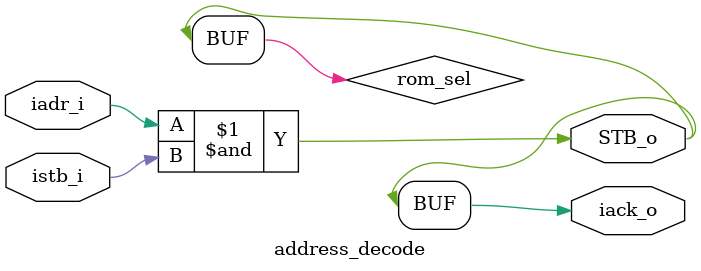
<source format=v>
`timescale 1ns / 1ps

module address_decode(
	// Processor-side control
	input	iadr_i,
	input	istb_i,
	output	iack_o,

	// ROM-side control
	output	STB_o
);

	// For our example, we're just going to decode address bit A12.
	// If it's high, then we assume we're accessing ROM.
	// The ROM is asynchronous, so we just tie iack_o directly to the
	// the strobe pin.
	wire rom_sel = iadr_i & istb_i;
	assign STB_o = rom_sel;
	assign iack_o = rom_sel;

	// We don't have any RAM resources to access, but if we did,
	// we would decode them here as well.
endmodule

</source>
